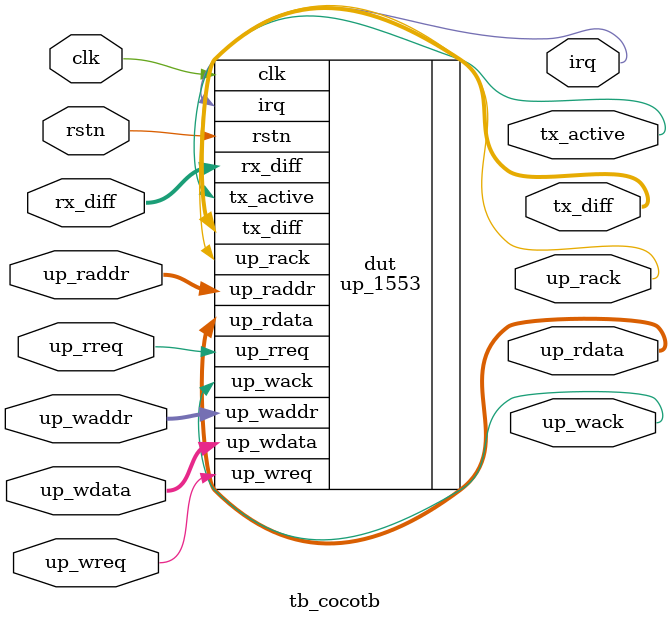
<source format=v>

`timescale 1ns/100ps

/*
 * Module: tb_cocotb
 *
 * uP 1553 testbench
 *
 * Parameters:
 *
 *   ADDRESS_WIDTH   - Width of the uP address port, max 32 bit.
 *   BUS_WIDTH       - Width of the uP bus data port.
 *   CLOCK_SPEED     - This is the aclk frequency in Hz
 *
 * Ports:
 *
 *   clk            - Clock for all devices in the core
 *   rstn           - Negative reset
 *   up_rreq        - uP bus read request
 *   up_rack        - uP bus read ack
 *   up_raddr       - uP bus read address
 *   up_rdata       - uP bus read data
 *   up_wreq        - uP bus write request
 *   up_wack        - uP bus write ack
 *   up_waddr       - uP bus write address
 *   up_wdata       - uP bus write data
 *   rx_diff        - Input differential signal for 1553 bus
 *   tx_diff        - Output differential signal for 1553 bus
 *   tx_active      - Enable output of differential signal (for signal switching on 1553 module)
 *   irq            - Interrupt when data is received
 */
module tb_cocotb #(
    parameter ADDRESS_WIDTH = 32,
    parameter BUS_WIDTH     = 4,
    parameter CLOCK_SPEED   = 100000000
  )
  (
    input                                           clk,
    input                                           rstn,
    input                                           up_rreq,
    output                                          up_rack,
    input   [ADDRESS_WIDTH-(BUS_WIDTH/2)-1:0]       up_raddr,
    output  [(BUS_WIDTH*8)-1:0]                     up_rdata,
    input                                           up_wreq,
    output                                          up_wack,
    input   [ADDRESS_WIDTH-(BUS_WIDTH/2)-1:0]       up_waddr,
    input   [(BUS_WIDTH*8)-1:0]                     up_wdata,
    input   [1:0]                                   rx_diff,
    output  [1:0]                                   tx_diff,
    output                                          tx_active,
    output                                          irq
  );
  // fst dump command
  initial begin
    $dumpfile ("tb_cocotb.fst");
    $dumpvars (0, tb_cocotb);
    #1;
  end

  //Group: Instantiated Modules

  /*
   * Module: dut
   *
   * Device under test, up_1553
   */
  up_1553 #(
    .ADDRESS_WIDTH(ADDRESS_WIDTH),
    .BUS_WIDTH(BUS_WIDTH),
    .CLOCK_SPEED(CLOCK_SPEED)
  ) dut (
    .clk(clk),
    .rstn(rstn),
    .up_rreq(up_rreq),
    .up_rack(up_rack),
    .up_raddr(up_raddr),
    .up_rdata(up_rdata),
    .up_wreq(up_wreq),
    .up_wack(up_wack),
    .up_waddr(up_waddr),
    .up_wdata(up_wdata),
    .rx_diff(rx_diff),
    .tx_diff(tx_diff),
    .tx_active(tx_active),
    .irq(irq)
  );
  
endmodule


</source>
